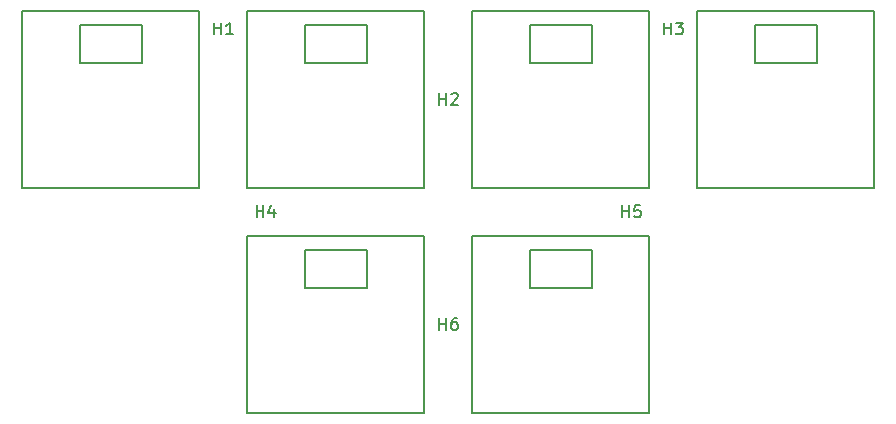
<source format=gbr>
G04 #@! TF.GenerationSoftware,KiCad,Pcbnew,8.0.5*
G04 #@! TF.CreationDate,2024-09-18T06:53:56+09:00*
G04 #@! TF.ProjectId,SandyLP_Top,53616e64-794c-4505-9f54-6f702e6b6963,v.0*
G04 #@! TF.SameCoordinates,Original*
G04 #@! TF.FileFunction,AssemblyDrawing,Top*
%FSLAX46Y46*%
G04 Gerber Fmt 4.6, Leading zero omitted, Abs format (unit mm)*
G04 Created by KiCad (PCBNEW 8.0.5) date 2024-09-18 06:53:56*
%MOMM*%
%LPD*%
G01*
G04 APERTURE LIST*
%ADD10C,0.150000*%
G04 APERTURE END LIST*
D10*
X141740280Y-56033224D02*
X141740280Y-55033224D01*
X141740280Y-55509414D02*
X142311708Y-55509414D01*
X142311708Y-56033224D02*
X142311708Y-55033224D01*
X143216470Y-55366557D02*
X143216470Y-56033224D01*
X142978375Y-54985605D02*
X142740280Y-55699890D01*
X142740280Y-55699890D02*
X143359327Y-55699890D01*
X176268405Y-40555099D02*
X176268405Y-39555099D01*
X176268405Y-40031289D02*
X176839833Y-40031289D01*
X176839833Y-40555099D02*
X176839833Y-39555099D01*
X177220786Y-39555099D02*
X177839833Y-39555099D01*
X177839833Y-39555099D02*
X177506500Y-39936051D01*
X177506500Y-39936051D02*
X177649357Y-39936051D01*
X177649357Y-39936051D02*
X177744595Y-39983670D01*
X177744595Y-39983670D02*
X177792214Y-40031289D01*
X177792214Y-40031289D02*
X177839833Y-40126527D01*
X177839833Y-40126527D02*
X177839833Y-40364622D01*
X177839833Y-40364622D02*
X177792214Y-40459860D01*
X177792214Y-40459860D02*
X177744595Y-40507480D01*
X177744595Y-40507480D02*
X177649357Y-40555099D01*
X177649357Y-40555099D02*
X177363643Y-40555099D01*
X177363643Y-40555099D02*
X177268405Y-40507480D01*
X177268405Y-40507480D02*
X177220786Y-40459860D01*
X157218405Y-65558224D02*
X157218405Y-64558224D01*
X157218405Y-65034414D02*
X157789833Y-65034414D01*
X157789833Y-65558224D02*
X157789833Y-64558224D01*
X158694595Y-64558224D02*
X158504119Y-64558224D01*
X158504119Y-64558224D02*
X158408881Y-64605843D01*
X158408881Y-64605843D02*
X158361262Y-64653462D01*
X158361262Y-64653462D02*
X158266024Y-64796319D01*
X158266024Y-64796319D02*
X158218405Y-64986795D01*
X158218405Y-64986795D02*
X158218405Y-65367747D01*
X158218405Y-65367747D02*
X158266024Y-65462985D01*
X158266024Y-65462985D02*
X158313643Y-65510605D01*
X158313643Y-65510605D02*
X158408881Y-65558224D01*
X158408881Y-65558224D02*
X158599357Y-65558224D01*
X158599357Y-65558224D02*
X158694595Y-65510605D01*
X158694595Y-65510605D02*
X158742214Y-65462985D01*
X158742214Y-65462985D02*
X158789833Y-65367747D01*
X158789833Y-65367747D02*
X158789833Y-65129652D01*
X158789833Y-65129652D02*
X158742214Y-65034414D01*
X158742214Y-65034414D02*
X158694595Y-64986795D01*
X158694595Y-64986795D02*
X158599357Y-64939176D01*
X158599357Y-64939176D02*
X158408881Y-64939176D01*
X158408881Y-64939176D02*
X158313643Y-64986795D01*
X158313643Y-64986795D02*
X158266024Y-65034414D01*
X158266024Y-65034414D02*
X158218405Y-65129652D01*
X157218405Y-46508224D02*
X157218405Y-45508224D01*
X157218405Y-45984414D02*
X157789833Y-45984414D01*
X157789833Y-46508224D02*
X157789833Y-45508224D01*
X158218405Y-45603462D02*
X158266024Y-45555843D01*
X158266024Y-45555843D02*
X158361262Y-45508224D01*
X158361262Y-45508224D02*
X158599357Y-45508224D01*
X158599357Y-45508224D02*
X158694595Y-45555843D01*
X158694595Y-45555843D02*
X158742214Y-45603462D01*
X158742214Y-45603462D02*
X158789833Y-45698700D01*
X158789833Y-45698700D02*
X158789833Y-45793938D01*
X158789833Y-45793938D02*
X158742214Y-45936795D01*
X158742214Y-45936795D02*
X158170786Y-46508224D01*
X158170786Y-46508224D02*
X158789833Y-46508224D01*
X138168405Y-40555099D02*
X138168405Y-39555099D01*
X138168405Y-40031289D02*
X138739833Y-40031289D01*
X138739833Y-40555099D02*
X138739833Y-39555099D01*
X139739833Y-40555099D02*
X139168405Y-40555099D01*
X139454119Y-40555099D02*
X139454119Y-39555099D01*
X139454119Y-39555099D02*
X139358881Y-39697956D01*
X139358881Y-39697956D02*
X139263643Y-39793194D01*
X139263643Y-39793194D02*
X139168405Y-39840813D01*
X172696530Y-56033224D02*
X172696530Y-55033224D01*
X172696530Y-55509414D02*
X173267958Y-55509414D01*
X173267958Y-56033224D02*
X173267958Y-55033224D01*
X174220339Y-55033224D02*
X173744149Y-55033224D01*
X173744149Y-55033224D02*
X173696530Y-55509414D01*
X173696530Y-55509414D02*
X173744149Y-55461795D01*
X173744149Y-55461795D02*
X173839387Y-55414176D01*
X173839387Y-55414176D02*
X174077482Y-55414176D01*
X174077482Y-55414176D02*
X174172720Y-55461795D01*
X174172720Y-55461795D02*
X174220339Y-55509414D01*
X174220339Y-55509414D02*
X174267958Y-55604652D01*
X174267958Y-55604652D02*
X174267958Y-55842747D01*
X174267958Y-55842747D02*
X174220339Y-55937985D01*
X174220339Y-55937985D02*
X174172720Y-55985605D01*
X174172720Y-55985605D02*
X174077482Y-56033224D01*
X174077482Y-56033224D02*
X173839387Y-56033224D01*
X173839387Y-56033224D02*
X173744149Y-55985605D01*
X173744149Y-55985605D02*
X173696530Y-55937985D01*
X140955310Y-57603405D02*
X155955310Y-57603405D01*
X140955310Y-72603405D02*
X140955310Y-57603405D01*
X145855310Y-62003405D02*
X145855310Y-58803405D01*
X145855310Y-62003405D02*
X151055310Y-62003405D01*
X151055310Y-58803405D02*
X145855310Y-58803405D01*
X151055310Y-62003405D02*
X151055310Y-58803405D01*
X155955310Y-57603405D02*
X155955310Y-72603405D01*
X155955310Y-72603405D02*
X140955310Y-72603405D01*
X140955310Y-38553405D02*
X155955310Y-38553405D01*
X140955310Y-53553405D02*
X140955310Y-38553405D01*
X145855310Y-42953405D02*
X145855310Y-39753405D01*
X145855310Y-42953405D02*
X151055310Y-42953405D01*
X151055310Y-39753405D02*
X145855310Y-39753405D01*
X151055310Y-42953405D02*
X151055310Y-39753405D01*
X155955310Y-38553405D02*
X155955310Y-53553405D01*
X155955310Y-53553405D02*
X140955310Y-53553405D01*
X179055310Y-38553405D02*
X194055310Y-38553405D01*
X179055310Y-53553405D02*
X179055310Y-38553405D01*
X183955310Y-42953405D02*
X183955310Y-39753405D01*
X183955310Y-42953405D02*
X189155310Y-42953405D01*
X189155310Y-39753405D02*
X183955310Y-39753405D01*
X189155310Y-42953405D02*
X189155310Y-39753405D01*
X194055310Y-38553405D02*
X194055310Y-53553405D01*
X194055310Y-53553405D02*
X179055310Y-53553405D01*
X121905310Y-38553405D02*
X136905310Y-38553405D01*
X121905310Y-53553405D02*
X121905310Y-38553405D01*
X126805310Y-42953405D02*
X126805310Y-39753405D01*
X126805310Y-42953405D02*
X132005310Y-42953405D01*
X132005310Y-39753405D02*
X126805310Y-39753405D01*
X132005310Y-42953405D02*
X132005310Y-39753405D01*
X136905310Y-38553405D02*
X136905310Y-53553405D01*
X136905310Y-53553405D02*
X121905310Y-53553405D01*
X160005310Y-38553405D02*
X175005310Y-38553405D01*
X160005310Y-53553405D02*
X160005310Y-38553405D01*
X164905310Y-42953405D02*
X164905310Y-39753405D01*
X164905310Y-42953405D02*
X170105310Y-42953405D01*
X170105310Y-39753405D02*
X164905310Y-39753405D01*
X170105310Y-42953405D02*
X170105310Y-39753405D01*
X175005310Y-38553405D02*
X175005310Y-53553405D01*
X175005310Y-53553405D02*
X160005310Y-53553405D01*
X160005310Y-57603405D02*
X175005310Y-57603405D01*
X160005310Y-72603405D02*
X160005310Y-57603405D01*
X164905310Y-62003405D02*
X164905310Y-58803405D01*
X164905310Y-62003405D02*
X170105310Y-62003405D01*
X170105310Y-58803405D02*
X164905310Y-58803405D01*
X170105310Y-62003405D02*
X170105310Y-58803405D01*
X175005310Y-57603405D02*
X175005310Y-72603405D01*
X175005310Y-72603405D02*
X160005310Y-72603405D01*
M02*

</source>
